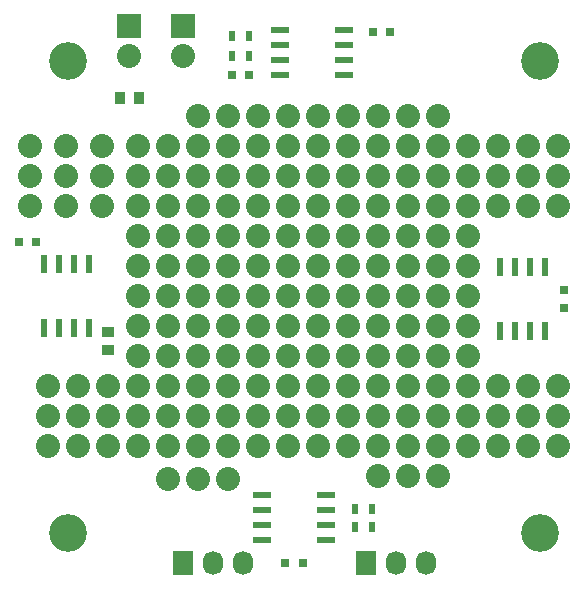
<source format=gts>
G04 #@! TF.FileFunction,Soldermask,Top*
%FSLAX46Y46*%
G04 Gerber Fmt 4.6, Leading zero omitted, Abs format (unit mm)*
G04 Created by KiCad (PCBNEW (2016-03-07 BZR 6612)-product) date Monday, 30 May 2016 'amt' 03:04:43*
%MOMM*%
G01*
G04 APERTURE LIST*
%ADD10C,0.100000*%
%ADD11C,3.200000*%
%ADD12R,0.500000X0.900000*%
%ADD13R,0.600000X1.550000*%
%ADD14R,1.550000X0.600000*%
%ADD15R,2.032000X2.032000*%
%ADD16O,2.032000X2.032000*%
%ADD17R,0.800000X0.750000*%
%ADD18R,0.750000X0.800000*%
%ADD19C,2.032000*%
%ADD20R,1.727200X2.032000*%
%ADD21O,1.727200X2.032000*%
%ADD22R,1.000000X0.950000*%
%ADD23R,0.950000X1.000000*%
G04 APERTURE END LIST*
D10*
D11*
X55000000Y-95000000D03*
D12*
X68846000Y-54610000D03*
X70346000Y-54610000D03*
D13*
X91567000Y-77884000D03*
X92837000Y-77884000D03*
X94107000Y-77884000D03*
X95377000Y-77884000D03*
X95377000Y-72484000D03*
X94107000Y-72484000D03*
X92837000Y-72484000D03*
X91567000Y-72484000D03*
D14*
X71468000Y-91821000D03*
X71468000Y-93091000D03*
X71468000Y-94361000D03*
X71468000Y-95631000D03*
X76868000Y-95631000D03*
X76868000Y-94361000D03*
X76868000Y-93091000D03*
X76868000Y-91821000D03*
X72992000Y-52451000D03*
X72992000Y-53721000D03*
X72992000Y-54991000D03*
X72992000Y-56261000D03*
X78392000Y-56261000D03*
X78392000Y-54991000D03*
X78392000Y-53721000D03*
X78392000Y-52451000D03*
D13*
X52959000Y-77630000D03*
X54229000Y-77630000D03*
X55499000Y-77630000D03*
X56769000Y-77630000D03*
X56769000Y-72230000D03*
X55499000Y-72230000D03*
X54229000Y-72230000D03*
X52959000Y-72230000D03*
D15*
X64770000Y-52070000D03*
D16*
X64770000Y-54610000D03*
D12*
X80760000Y-94488000D03*
X79260000Y-94488000D03*
X70346000Y-52959000D03*
X68846000Y-52959000D03*
X79260000Y-92964000D03*
X80760000Y-92964000D03*
D17*
X50824000Y-70358000D03*
X52324000Y-70358000D03*
X80784000Y-52578000D03*
X82284000Y-52578000D03*
X74906000Y-97536000D03*
X73406000Y-97536000D03*
D18*
X97028000Y-74434000D03*
X97028000Y-75934000D03*
D17*
X68846000Y-56261000D03*
X70346000Y-56261000D03*
D11*
X55000000Y-55000000D03*
X95000000Y-55000000D03*
X95000000Y-95000000D03*
D19*
X51816000Y-62230000D03*
X51816000Y-64770000D03*
X51816000Y-67310000D03*
X53340000Y-82550000D03*
X53340000Y-85090000D03*
X53340000Y-87630000D03*
X54864000Y-62230000D03*
X54864000Y-64770000D03*
X54864000Y-67310000D03*
X57912000Y-62230000D03*
X57912000Y-64770000D03*
X57912000Y-67310000D03*
X55880000Y-82550000D03*
X55880000Y-85090000D03*
X55880000Y-87630000D03*
X58420000Y-82550000D03*
X58420000Y-85090000D03*
X58420000Y-87630000D03*
X91440000Y-62230000D03*
X91440000Y-64770000D03*
X91440000Y-67310000D03*
X91440000Y-82550000D03*
X91440000Y-85090000D03*
X91440000Y-87630000D03*
X81280000Y-59690000D03*
X83820000Y-59690000D03*
X86360000Y-59690000D03*
X93980000Y-62230000D03*
X93980000Y-64770000D03*
X93980000Y-67310000D03*
X96520000Y-62230000D03*
X96520000Y-64770000D03*
X96520000Y-67310000D03*
X93980000Y-82550000D03*
X93980000Y-85090000D03*
X93980000Y-87630000D03*
X96520000Y-82550000D03*
X96520000Y-85090000D03*
X96520000Y-87630000D03*
X73660000Y-59690000D03*
X76200000Y-59690000D03*
X78740000Y-59690000D03*
X66040000Y-59690000D03*
X68580000Y-59690000D03*
X71120000Y-59690000D03*
X81280000Y-90170000D03*
X83820000Y-90170000D03*
X86360000Y-90170000D03*
X63500000Y-90424000D03*
X66040000Y-90424000D03*
X68580000Y-90424000D03*
X60960000Y-87630000D03*
X63500000Y-87630000D03*
X66040000Y-87630000D03*
X68580000Y-87630000D03*
X71120000Y-87630000D03*
X73660000Y-87630000D03*
X76200000Y-87630000D03*
X78740000Y-87630000D03*
X81280000Y-87630000D03*
X83820000Y-87630000D03*
X86360000Y-87630000D03*
X88900000Y-87630000D03*
X60960000Y-67310000D03*
X63500000Y-67310000D03*
X66040000Y-67310000D03*
X68580000Y-67310000D03*
X71120000Y-67310000D03*
X73660000Y-67310000D03*
X76200000Y-67310000D03*
X78740000Y-67310000D03*
X81280000Y-67310000D03*
X83820000Y-67310000D03*
X86360000Y-67310000D03*
X88900000Y-67310000D03*
X60960000Y-74930000D03*
X63500000Y-74930000D03*
X66040000Y-74930000D03*
X68580000Y-74930000D03*
X71120000Y-74930000D03*
X73660000Y-74930000D03*
X76200000Y-74930000D03*
X78740000Y-74930000D03*
X81280000Y-74930000D03*
X83820000Y-74930000D03*
X86360000Y-74930000D03*
X88900000Y-74930000D03*
X60960000Y-64770000D03*
X63500000Y-64770000D03*
X66040000Y-64770000D03*
X68580000Y-64770000D03*
X71120000Y-64770000D03*
X73660000Y-64770000D03*
X76200000Y-64770000D03*
X78740000Y-64770000D03*
X81280000Y-64770000D03*
X83820000Y-64770000D03*
X86360000Y-64770000D03*
X88900000Y-64770000D03*
X60960000Y-62230000D03*
X63500000Y-62230000D03*
X66040000Y-62230000D03*
X68580000Y-62230000D03*
X71120000Y-62230000D03*
X73660000Y-62230000D03*
X76200000Y-62230000D03*
X78740000Y-62230000D03*
X81280000Y-62230000D03*
X83820000Y-62230000D03*
X86360000Y-62230000D03*
X88900000Y-62230000D03*
X60960000Y-69850000D03*
X63500000Y-69850000D03*
X66040000Y-69850000D03*
X68580000Y-69850000D03*
X71120000Y-69850000D03*
X73660000Y-69850000D03*
X76200000Y-69850000D03*
X78740000Y-69850000D03*
X81280000Y-69850000D03*
X83820000Y-69850000D03*
X86360000Y-69850000D03*
X88900000Y-69850000D03*
X60960000Y-72390000D03*
X63500000Y-72390000D03*
X66040000Y-72390000D03*
X68580000Y-72390000D03*
X71120000Y-72390000D03*
X73660000Y-72390000D03*
X76200000Y-72390000D03*
X78740000Y-72390000D03*
X81280000Y-72390000D03*
X83820000Y-72390000D03*
X86360000Y-72390000D03*
X88900000Y-72390000D03*
X60960000Y-77470000D03*
X63500000Y-77470000D03*
X66040000Y-77470000D03*
X68580000Y-77470000D03*
X71120000Y-77470000D03*
X73660000Y-77470000D03*
X76200000Y-77470000D03*
X78740000Y-77470000D03*
X81280000Y-77470000D03*
X83820000Y-77470000D03*
X86360000Y-77470000D03*
X88900000Y-77470000D03*
X60960000Y-80010000D03*
X63500000Y-80010000D03*
X66040000Y-80010000D03*
X68580000Y-80010000D03*
X71120000Y-80010000D03*
X73660000Y-80010000D03*
X76200000Y-80010000D03*
X78740000Y-80010000D03*
X81280000Y-80010000D03*
X83820000Y-80010000D03*
X86360000Y-80010000D03*
X88900000Y-80010000D03*
X60960000Y-82550000D03*
X63500000Y-82550000D03*
X66040000Y-82550000D03*
X68580000Y-82550000D03*
X71120000Y-82550000D03*
X73660000Y-82550000D03*
X76200000Y-82550000D03*
X78740000Y-82550000D03*
X81280000Y-82550000D03*
X83820000Y-82550000D03*
X86360000Y-82550000D03*
X88900000Y-82550000D03*
X60960000Y-85090000D03*
X63500000Y-85090000D03*
X66040000Y-85090000D03*
X68580000Y-85090000D03*
X71120000Y-85090000D03*
X73660000Y-85090000D03*
X76200000Y-85090000D03*
X78740000Y-85090000D03*
X81280000Y-85090000D03*
X83820000Y-85090000D03*
X86360000Y-85090000D03*
X88900000Y-85090000D03*
D20*
X64770000Y-97536000D03*
D21*
X67310000Y-97536000D03*
X69850000Y-97536000D03*
D20*
X80264000Y-97536000D03*
D21*
X82804000Y-97536000D03*
X85344000Y-97536000D03*
D22*
X58420000Y-77940000D03*
X58420000Y-79540000D03*
D15*
X60198000Y-52070000D03*
D16*
X60198000Y-54610000D03*
D23*
X59398000Y-58166000D03*
X60998000Y-58166000D03*
M02*

</source>
